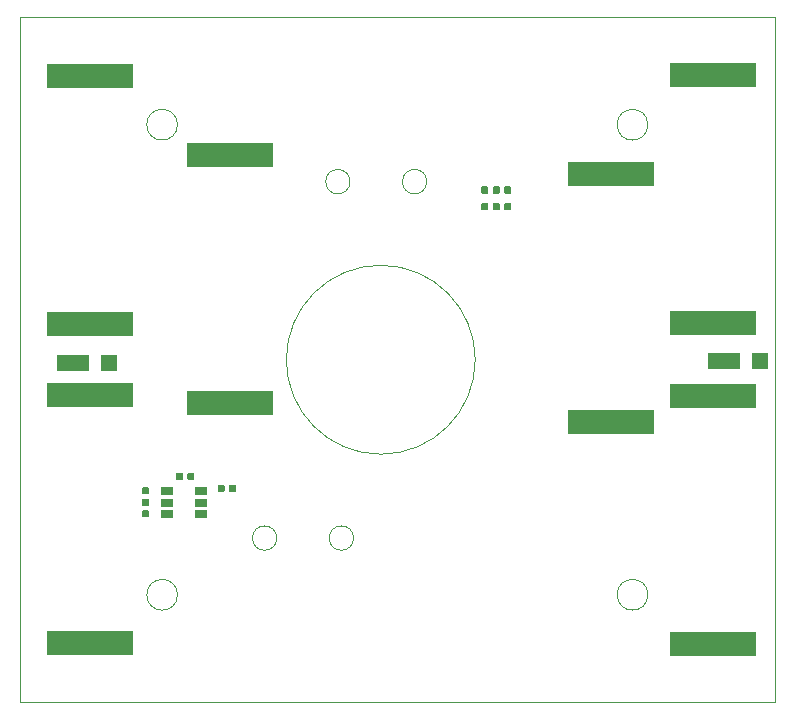
<source format=gbr>
%TF.GenerationSoftware,KiCad,Pcbnew,5.0.2-bee76a0~70~ubuntu18.04.1*%
%TF.CreationDate,2020-02-29T17:25:56-08:00*%
%TF.ProjectId,ypanel,7970616e-656c-42e6-9b69-6361645f7063,rev?*%
%TF.SameCoordinates,Original*%
%TF.FileFunction,Paste,Top*%
%TF.FilePolarity,Positive*%
%FSLAX46Y46*%
G04 Gerber Fmt 4.6, Leading zero omitted, Abs format (unit mm)*
G04 Created by KiCad (PCBNEW 5.0.2-bee76a0~70~ubuntu18.04.1) date Sat 29 Feb 2020 05:25:56 PM PST*
%MOMM*%
%LPD*%
G01*
G04 APERTURE LIST*
%ADD10C,0.100000*%
%ADD11C,0.050000*%
%ADD12R,1.400000X1.400000*%
%ADD13R,2.700000X1.400000*%
%ADD14R,7.400000X2.000000*%
%ADD15R,1.000000X0.700000*%
%ADD16C,0.590000*%
G04 APERTURE END LIST*
D10*
X151587000Y-99000001D02*
G75*
G03X151587000Y-99000001I-8000000J0D01*
G01*
X134779564Y-114100000D02*
G75*
G03X134779564Y-114100000I-1029564J0D01*
G01*
X141279564Y-114100000D02*
G75*
G03X141279564Y-114100000I-1029564J0D01*
G01*
X126375000Y-118900000D02*
G75*
G03X126375000Y-118900000I-1300000J0D01*
G01*
X140979564Y-83920436D02*
G75*
G03X140979564Y-83920436I-1029564J0D01*
G01*
X147479564Y-83920436D02*
G75*
G03X147479564Y-83920436I-1029564J0D01*
G01*
X176975000Y-70000000D02*
X176975000Y-128000000D01*
X166200000Y-118900000D02*
G75*
G03X166200000Y-118900000I-1300000J0D01*
G01*
D11*
X126372800Y-79100000D02*
G75*
G03X126372800Y-79100000I-1300000J0D01*
G01*
D10*
X166195000Y-79102480D02*
G75*
G03X166195000Y-79102480I-1300000J0D01*
G01*
X176975000Y-70000000D02*
X113000000Y-70000000D01*
X113000000Y-128000000D02*
X176975000Y-128000000D01*
X113000000Y-70000000D02*
X113000000Y-128000000D01*
D12*
X120595000Y-99250500D03*
D13*
X117545000Y-99250500D03*
D12*
X175713000Y-99123500D03*
D13*
X172663000Y-99123500D03*
D14*
X163098480Y-83250000D03*
X163098480Y-104250000D03*
D15*
X128354600Y-110148700D03*
X128354600Y-111098700D03*
X128354600Y-112048700D03*
X125454600Y-112048700D03*
X125454600Y-111098700D03*
X125454600Y-110148700D03*
D14*
X119000000Y-75000000D03*
X119000000Y-96000000D03*
X171742100Y-102063000D03*
X171742100Y-123063000D03*
X130850000Y-81650000D03*
X130850000Y-102650000D03*
X119000000Y-123000000D03*
X119000000Y-102000000D03*
X171686220Y-74890080D03*
X171686220Y-95890080D03*
D10*
G36*
X131196958Y-109580710D02*
X131211276Y-109582834D01*
X131225317Y-109586351D01*
X131238946Y-109591228D01*
X131252031Y-109597417D01*
X131264447Y-109604858D01*
X131276073Y-109613481D01*
X131286798Y-109623202D01*
X131296519Y-109633927D01*
X131305142Y-109645553D01*
X131312583Y-109657969D01*
X131318772Y-109671054D01*
X131323649Y-109684683D01*
X131327166Y-109698724D01*
X131329290Y-109713042D01*
X131330000Y-109727500D01*
X131330000Y-110072500D01*
X131329290Y-110086958D01*
X131327166Y-110101276D01*
X131323649Y-110115317D01*
X131318772Y-110128946D01*
X131312583Y-110142031D01*
X131305142Y-110154447D01*
X131296519Y-110166073D01*
X131286798Y-110176798D01*
X131276073Y-110186519D01*
X131264447Y-110195142D01*
X131252031Y-110202583D01*
X131238946Y-110208772D01*
X131225317Y-110213649D01*
X131211276Y-110217166D01*
X131196958Y-110219290D01*
X131182500Y-110220000D01*
X130887500Y-110220000D01*
X130873042Y-110219290D01*
X130858724Y-110217166D01*
X130844683Y-110213649D01*
X130831054Y-110208772D01*
X130817969Y-110202583D01*
X130805553Y-110195142D01*
X130793927Y-110186519D01*
X130783202Y-110176798D01*
X130773481Y-110166073D01*
X130764858Y-110154447D01*
X130757417Y-110142031D01*
X130751228Y-110128946D01*
X130746351Y-110115317D01*
X130742834Y-110101276D01*
X130740710Y-110086958D01*
X130740000Y-110072500D01*
X130740000Y-109727500D01*
X130740710Y-109713042D01*
X130742834Y-109698724D01*
X130746351Y-109684683D01*
X130751228Y-109671054D01*
X130757417Y-109657969D01*
X130764858Y-109645553D01*
X130773481Y-109633927D01*
X130783202Y-109623202D01*
X130793927Y-109613481D01*
X130805553Y-109604858D01*
X130817969Y-109597417D01*
X130831054Y-109591228D01*
X130844683Y-109586351D01*
X130858724Y-109582834D01*
X130873042Y-109580710D01*
X130887500Y-109580000D01*
X131182500Y-109580000D01*
X131196958Y-109580710D01*
X131196958Y-109580710D01*
G37*
D16*
X131035000Y-109900000D03*
D10*
G36*
X130226958Y-109580710D02*
X130241276Y-109582834D01*
X130255317Y-109586351D01*
X130268946Y-109591228D01*
X130282031Y-109597417D01*
X130294447Y-109604858D01*
X130306073Y-109613481D01*
X130316798Y-109623202D01*
X130326519Y-109633927D01*
X130335142Y-109645553D01*
X130342583Y-109657969D01*
X130348772Y-109671054D01*
X130353649Y-109684683D01*
X130357166Y-109698724D01*
X130359290Y-109713042D01*
X130360000Y-109727500D01*
X130360000Y-110072500D01*
X130359290Y-110086958D01*
X130357166Y-110101276D01*
X130353649Y-110115317D01*
X130348772Y-110128946D01*
X130342583Y-110142031D01*
X130335142Y-110154447D01*
X130326519Y-110166073D01*
X130316798Y-110176798D01*
X130306073Y-110186519D01*
X130294447Y-110195142D01*
X130282031Y-110202583D01*
X130268946Y-110208772D01*
X130255317Y-110213649D01*
X130241276Y-110217166D01*
X130226958Y-110219290D01*
X130212500Y-110220000D01*
X129917500Y-110220000D01*
X129903042Y-110219290D01*
X129888724Y-110217166D01*
X129874683Y-110213649D01*
X129861054Y-110208772D01*
X129847969Y-110202583D01*
X129835553Y-110195142D01*
X129823927Y-110186519D01*
X129813202Y-110176798D01*
X129803481Y-110166073D01*
X129794858Y-110154447D01*
X129787417Y-110142031D01*
X129781228Y-110128946D01*
X129776351Y-110115317D01*
X129772834Y-110101276D01*
X129770710Y-110086958D01*
X129770000Y-110072500D01*
X129770000Y-109727500D01*
X129770710Y-109713042D01*
X129772834Y-109698724D01*
X129776351Y-109684683D01*
X129781228Y-109671054D01*
X129787417Y-109657969D01*
X129794858Y-109645553D01*
X129803481Y-109633927D01*
X129813202Y-109623202D01*
X129823927Y-109613481D01*
X129835553Y-109604858D01*
X129847969Y-109597417D01*
X129861054Y-109591228D01*
X129874683Y-109586351D01*
X129888724Y-109582834D01*
X129903042Y-109580710D01*
X129917500Y-109580000D01*
X130212500Y-109580000D01*
X130226958Y-109580710D01*
X130226958Y-109580710D01*
G37*
D16*
X130065000Y-109900000D03*
D10*
G36*
X126708558Y-108556910D02*
X126722876Y-108559034D01*
X126736917Y-108562551D01*
X126750546Y-108567428D01*
X126763631Y-108573617D01*
X126776047Y-108581058D01*
X126787673Y-108589681D01*
X126798398Y-108599402D01*
X126808119Y-108610127D01*
X126816742Y-108621753D01*
X126824183Y-108634169D01*
X126830372Y-108647254D01*
X126835249Y-108660883D01*
X126838766Y-108674924D01*
X126840890Y-108689242D01*
X126841600Y-108703700D01*
X126841600Y-109048700D01*
X126840890Y-109063158D01*
X126838766Y-109077476D01*
X126835249Y-109091517D01*
X126830372Y-109105146D01*
X126824183Y-109118231D01*
X126816742Y-109130647D01*
X126808119Y-109142273D01*
X126798398Y-109152998D01*
X126787673Y-109162719D01*
X126776047Y-109171342D01*
X126763631Y-109178783D01*
X126750546Y-109184972D01*
X126736917Y-109189849D01*
X126722876Y-109193366D01*
X126708558Y-109195490D01*
X126694100Y-109196200D01*
X126399100Y-109196200D01*
X126384642Y-109195490D01*
X126370324Y-109193366D01*
X126356283Y-109189849D01*
X126342654Y-109184972D01*
X126329569Y-109178783D01*
X126317153Y-109171342D01*
X126305527Y-109162719D01*
X126294802Y-109152998D01*
X126285081Y-109142273D01*
X126276458Y-109130647D01*
X126269017Y-109118231D01*
X126262828Y-109105146D01*
X126257951Y-109091517D01*
X126254434Y-109077476D01*
X126252310Y-109063158D01*
X126251600Y-109048700D01*
X126251600Y-108703700D01*
X126252310Y-108689242D01*
X126254434Y-108674924D01*
X126257951Y-108660883D01*
X126262828Y-108647254D01*
X126269017Y-108634169D01*
X126276458Y-108621753D01*
X126285081Y-108610127D01*
X126294802Y-108599402D01*
X126305527Y-108589681D01*
X126317153Y-108581058D01*
X126329569Y-108573617D01*
X126342654Y-108567428D01*
X126356283Y-108562551D01*
X126370324Y-108559034D01*
X126384642Y-108556910D01*
X126399100Y-108556200D01*
X126694100Y-108556200D01*
X126708558Y-108556910D01*
X126708558Y-108556910D01*
G37*
D16*
X126546600Y-108876200D03*
D10*
G36*
X127678558Y-108556910D02*
X127692876Y-108559034D01*
X127706917Y-108562551D01*
X127720546Y-108567428D01*
X127733631Y-108573617D01*
X127746047Y-108581058D01*
X127757673Y-108589681D01*
X127768398Y-108599402D01*
X127778119Y-108610127D01*
X127786742Y-108621753D01*
X127794183Y-108634169D01*
X127800372Y-108647254D01*
X127805249Y-108660883D01*
X127808766Y-108674924D01*
X127810890Y-108689242D01*
X127811600Y-108703700D01*
X127811600Y-109048700D01*
X127810890Y-109063158D01*
X127808766Y-109077476D01*
X127805249Y-109091517D01*
X127800372Y-109105146D01*
X127794183Y-109118231D01*
X127786742Y-109130647D01*
X127778119Y-109142273D01*
X127768398Y-109152998D01*
X127757673Y-109162719D01*
X127746047Y-109171342D01*
X127733631Y-109178783D01*
X127720546Y-109184972D01*
X127706917Y-109189849D01*
X127692876Y-109193366D01*
X127678558Y-109195490D01*
X127664100Y-109196200D01*
X127369100Y-109196200D01*
X127354642Y-109195490D01*
X127340324Y-109193366D01*
X127326283Y-109189849D01*
X127312654Y-109184972D01*
X127299569Y-109178783D01*
X127287153Y-109171342D01*
X127275527Y-109162719D01*
X127264802Y-109152998D01*
X127255081Y-109142273D01*
X127246458Y-109130647D01*
X127239017Y-109118231D01*
X127232828Y-109105146D01*
X127227951Y-109091517D01*
X127224434Y-109077476D01*
X127222310Y-109063158D01*
X127221600Y-109048700D01*
X127221600Y-108703700D01*
X127222310Y-108689242D01*
X127224434Y-108674924D01*
X127227951Y-108660883D01*
X127232828Y-108647254D01*
X127239017Y-108634169D01*
X127246458Y-108621753D01*
X127255081Y-108610127D01*
X127264802Y-108599402D01*
X127275527Y-108589681D01*
X127287153Y-108581058D01*
X127299569Y-108573617D01*
X127312654Y-108567428D01*
X127326283Y-108562551D01*
X127340324Y-108559034D01*
X127354642Y-108556910D01*
X127369100Y-108556200D01*
X127664100Y-108556200D01*
X127678558Y-108556910D01*
X127678558Y-108556910D01*
G37*
D16*
X127516600Y-108876200D03*
D10*
G36*
X153523958Y-84314310D02*
X153538276Y-84316434D01*
X153552317Y-84319951D01*
X153565946Y-84324828D01*
X153579031Y-84331017D01*
X153591447Y-84338458D01*
X153603073Y-84347081D01*
X153613798Y-84356802D01*
X153623519Y-84367527D01*
X153632142Y-84379153D01*
X153639583Y-84391569D01*
X153645772Y-84404654D01*
X153650649Y-84418283D01*
X153654166Y-84432324D01*
X153656290Y-84446642D01*
X153657000Y-84461100D01*
X153657000Y-84806100D01*
X153656290Y-84820558D01*
X153654166Y-84834876D01*
X153650649Y-84848917D01*
X153645772Y-84862546D01*
X153639583Y-84875631D01*
X153632142Y-84888047D01*
X153623519Y-84899673D01*
X153613798Y-84910398D01*
X153603073Y-84920119D01*
X153591447Y-84928742D01*
X153579031Y-84936183D01*
X153565946Y-84942372D01*
X153552317Y-84947249D01*
X153538276Y-84950766D01*
X153523958Y-84952890D01*
X153509500Y-84953600D01*
X153214500Y-84953600D01*
X153200042Y-84952890D01*
X153185724Y-84950766D01*
X153171683Y-84947249D01*
X153158054Y-84942372D01*
X153144969Y-84936183D01*
X153132553Y-84928742D01*
X153120927Y-84920119D01*
X153110202Y-84910398D01*
X153100481Y-84899673D01*
X153091858Y-84888047D01*
X153084417Y-84875631D01*
X153078228Y-84862546D01*
X153073351Y-84848917D01*
X153069834Y-84834876D01*
X153067710Y-84820558D01*
X153067000Y-84806100D01*
X153067000Y-84461100D01*
X153067710Y-84446642D01*
X153069834Y-84432324D01*
X153073351Y-84418283D01*
X153078228Y-84404654D01*
X153084417Y-84391569D01*
X153091858Y-84379153D01*
X153100481Y-84367527D01*
X153110202Y-84356802D01*
X153120927Y-84347081D01*
X153132553Y-84338458D01*
X153144969Y-84331017D01*
X153158054Y-84324828D01*
X153171683Y-84319951D01*
X153185724Y-84316434D01*
X153200042Y-84314310D01*
X153214500Y-84313600D01*
X153509500Y-84313600D01*
X153523958Y-84314310D01*
X153523958Y-84314310D01*
G37*
D16*
X153362000Y-84633600D03*
D10*
G36*
X154493958Y-84314310D02*
X154508276Y-84316434D01*
X154522317Y-84319951D01*
X154535946Y-84324828D01*
X154549031Y-84331017D01*
X154561447Y-84338458D01*
X154573073Y-84347081D01*
X154583798Y-84356802D01*
X154593519Y-84367527D01*
X154602142Y-84379153D01*
X154609583Y-84391569D01*
X154615772Y-84404654D01*
X154620649Y-84418283D01*
X154624166Y-84432324D01*
X154626290Y-84446642D01*
X154627000Y-84461100D01*
X154627000Y-84806100D01*
X154626290Y-84820558D01*
X154624166Y-84834876D01*
X154620649Y-84848917D01*
X154615772Y-84862546D01*
X154609583Y-84875631D01*
X154602142Y-84888047D01*
X154593519Y-84899673D01*
X154583798Y-84910398D01*
X154573073Y-84920119D01*
X154561447Y-84928742D01*
X154549031Y-84936183D01*
X154535946Y-84942372D01*
X154522317Y-84947249D01*
X154508276Y-84950766D01*
X154493958Y-84952890D01*
X154479500Y-84953600D01*
X154184500Y-84953600D01*
X154170042Y-84952890D01*
X154155724Y-84950766D01*
X154141683Y-84947249D01*
X154128054Y-84942372D01*
X154114969Y-84936183D01*
X154102553Y-84928742D01*
X154090927Y-84920119D01*
X154080202Y-84910398D01*
X154070481Y-84899673D01*
X154061858Y-84888047D01*
X154054417Y-84875631D01*
X154048228Y-84862546D01*
X154043351Y-84848917D01*
X154039834Y-84834876D01*
X154037710Y-84820558D01*
X154037000Y-84806100D01*
X154037000Y-84461100D01*
X154037710Y-84446642D01*
X154039834Y-84432324D01*
X154043351Y-84418283D01*
X154048228Y-84404654D01*
X154054417Y-84391569D01*
X154061858Y-84379153D01*
X154070481Y-84367527D01*
X154080202Y-84356802D01*
X154090927Y-84347081D01*
X154102553Y-84338458D01*
X154114969Y-84331017D01*
X154128054Y-84324828D01*
X154141683Y-84319951D01*
X154155724Y-84316434D01*
X154170042Y-84314310D01*
X154184500Y-84313600D01*
X154479500Y-84313600D01*
X154493958Y-84314310D01*
X154493958Y-84314310D01*
G37*
D16*
X154332000Y-84633600D03*
D10*
G36*
X152553678Y-84314310D02*
X152567996Y-84316434D01*
X152582037Y-84319951D01*
X152595666Y-84324828D01*
X152608751Y-84331017D01*
X152621167Y-84338458D01*
X152632793Y-84347081D01*
X152643518Y-84356802D01*
X152653239Y-84367527D01*
X152661862Y-84379153D01*
X152669303Y-84391569D01*
X152675492Y-84404654D01*
X152680369Y-84418283D01*
X152683886Y-84432324D01*
X152686010Y-84446642D01*
X152686720Y-84461100D01*
X152686720Y-84806100D01*
X152686010Y-84820558D01*
X152683886Y-84834876D01*
X152680369Y-84848917D01*
X152675492Y-84862546D01*
X152669303Y-84875631D01*
X152661862Y-84888047D01*
X152653239Y-84899673D01*
X152643518Y-84910398D01*
X152632793Y-84920119D01*
X152621167Y-84928742D01*
X152608751Y-84936183D01*
X152595666Y-84942372D01*
X152582037Y-84947249D01*
X152567996Y-84950766D01*
X152553678Y-84952890D01*
X152539220Y-84953600D01*
X152244220Y-84953600D01*
X152229762Y-84952890D01*
X152215444Y-84950766D01*
X152201403Y-84947249D01*
X152187774Y-84942372D01*
X152174689Y-84936183D01*
X152162273Y-84928742D01*
X152150647Y-84920119D01*
X152139922Y-84910398D01*
X152130201Y-84899673D01*
X152121578Y-84888047D01*
X152114137Y-84875631D01*
X152107948Y-84862546D01*
X152103071Y-84848917D01*
X152099554Y-84834876D01*
X152097430Y-84820558D01*
X152096720Y-84806100D01*
X152096720Y-84461100D01*
X152097430Y-84446642D01*
X152099554Y-84432324D01*
X152103071Y-84418283D01*
X152107948Y-84404654D01*
X152114137Y-84391569D01*
X152121578Y-84379153D01*
X152130201Y-84367527D01*
X152139922Y-84356802D01*
X152150647Y-84347081D01*
X152162273Y-84338458D01*
X152174689Y-84331017D01*
X152187774Y-84324828D01*
X152201403Y-84319951D01*
X152215444Y-84316434D01*
X152229762Y-84314310D01*
X152244220Y-84313600D01*
X152539220Y-84313600D01*
X152553678Y-84314310D01*
X152553678Y-84314310D01*
G37*
D16*
X152391720Y-84633600D03*
D10*
G36*
X153523678Y-84314310D02*
X153537996Y-84316434D01*
X153552037Y-84319951D01*
X153565666Y-84324828D01*
X153578751Y-84331017D01*
X153591167Y-84338458D01*
X153602793Y-84347081D01*
X153613518Y-84356802D01*
X153623239Y-84367527D01*
X153631862Y-84379153D01*
X153639303Y-84391569D01*
X153645492Y-84404654D01*
X153650369Y-84418283D01*
X153653886Y-84432324D01*
X153656010Y-84446642D01*
X153656720Y-84461100D01*
X153656720Y-84806100D01*
X153656010Y-84820558D01*
X153653886Y-84834876D01*
X153650369Y-84848917D01*
X153645492Y-84862546D01*
X153639303Y-84875631D01*
X153631862Y-84888047D01*
X153623239Y-84899673D01*
X153613518Y-84910398D01*
X153602793Y-84920119D01*
X153591167Y-84928742D01*
X153578751Y-84936183D01*
X153565666Y-84942372D01*
X153552037Y-84947249D01*
X153537996Y-84950766D01*
X153523678Y-84952890D01*
X153509220Y-84953600D01*
X153214220Y-84953600D01*
X153199762Y-84952890D01*
X153185444Y-84950766D01*
X153171403Y-84947249D01*
X153157774Y-84942372D01*
X153144689Y-84936183D01*
X153132273Y-84928742D01*
X153120647Y-84920119D01*
X153109922Y-84910398D01*
X153100201Y-84899673D01*
X153091578Y-84888047D01*
X153084137Y-84875631D01*
X153077948Y-84862546D01*
X153073071Y-84848917D01*
X153069554Y-84834876D01*
X153067430Y-84820558D01*
X153066720Y-84806100D01*
X153066720Y-84461100D01*
X153067430Y-84446642D01*
X153069554Y-84432324D01*
X153073071Y-84418283D01*
X153077948Y-84404654D01*
X153084137Y-84391569D01*
X153091578Y-84379153D01*
X153100201Y-84367527D01*
X153109922Y-84356802D01*
X153120647Y-84347081D01*
X153132273Y-84338458D01*
X153144689Y-84331017D01*
X153157774Y-84324828D01*
X153171403Y-84319951D01*
X153185444Y-84316434D01*
X153199762Y-84314310D01*
X153214220Y-84313600D01*
X153509220Y-84313600D01*
X153523678Y-84314310D01*
X153523678Y-84314310D01*
G37*
D16*
X153361720Y-84633600D03*
D10*
G36*
X153523958Y-85711310D02*
X153538276Y-85713434D01*
X153552317Y-85716951D01*
X153565946Y-85721828D01*
X153579031Y-85728017D01*
X153591447Y-85735458D01*
X153603073Y-85744081D01*
X153613798Y-85753802D01*
X153623519Y-85764527D01*
X153632142Y-85776153D01*
X153639583Y-85788569D01*
X153645772Y-85801654D01*
X153650649Y-85815283D01*
X153654166Y-85829324D01*
X153656290Y-85843642D01*
X153657000Y-85858100D01*
X153657000Y-86203100D01*
X153656290Y-86217558D01*
X153654166Y-86231876D01*
X153650649Y-86245917D01*
X153645772Y-86259546D01*
X153639583Y-86272631D01*
X153632142Y-86285047D01*
X153623519Y-86296673D01*
X153613798Y-86307398D01*
X153603073Y-86317119D01*
X153591447Y-86325742D01*
X153579031Y-86333183D01*
X153565946Y-86339372D01*
X153552317Y-86344249D01*
X153538276Y-86347766D01*
X153523958Y-86349890D01*
X153509500Y-86350600D01*
X153214500Y-86350600D01*
X153200042Y-86349890D01*
X153185724Y-86347766D01*
X153171683Y-86344249D01*
X153158054Y-86339372D01*
X153144969Y-86333183D01*
X153132553Y-86325742D01*
X153120927Y-86317119D01*
X153110202Y-86307398D01*
X153100481Y-86296673D01*
X153091858Y-86285047D01*
X153084417Y-86272631D01*
X153078228Y-86259546D01*
X153073351Y-86245917D01*
X153069834Y-86231876D01*
X153067710Y-86217558D01*
X153067000Y-86203100D01*
X153067000Y-85858100D01*
X153067710Y-85843642D01*
X153069834Y-85829324D01*
X153073351Y-85815283D01*
X153078228Y-85801654D01*
X153084417Y-85788569D01*
X153091858Y-85776153D01*
X153100481Y-85764527D01*
X153110202Y-85753802D01*
X153120927Y-85744081D01*
X153132553Y-85735458D01*
X153144969Y-85728017D01*
X153158054Y-85721828D01*
X153171683Y-85716951D01*
X153185724Y-85713434D01*
X153200042Y-85711310D01*
X153214500Y-85710600D01*
X153509500Y-85710600D01*
X153523958Y-85711310D01*
X153523958Y-85711310D01*
G37*
D16*
X153362000Y-86030600D03*
D10*
G36*
X154493958Y-85711310D02*
X154508276Y-85713434D01*
X154522317Y-85716951D01*
X154535946Y-85721828D01*
X154549031Y-85728017D01*
X154561447Y-85735458D01*
X154573073Y-85744081D01*
X154583798Y-85753802D01*
X154593519Y-85764527D01*
X154602142Y-85776153D01*
X154609583Y-85788569D01*
X154615772Y-85801654D01*
X154620649Y-85815283D01*
X154624166Y-85829324D01*
X154626290Y-85843642D01*
X154627000Y-85858100D01*
X154627000Y-86203100D01*
X154626290Y-86217558D01*
X154624166Y-86231876D01*
X154620649Y-86245917D01*
X154615772Y-86259546D01*
X154609583Y-86272631D01*
X154602142Y-86285047D01*
X154593519Y-86296673D01*
X154583798Y-86307398D01*
X154573073Y-86317119D01*
X154561447Y-86325742D01*
X154549031Y-86333183D01*
X154535946Y-86339372D01*
X154522317Y-86344249D01*
X154508276Y-86347766D01*
X154493958Y-86349890D01*
X154479500Y-86350600D01*
X154184500Y-86350600D01*
X154170042Y-86349890D01*
X154155724Y-86347766D01*
X154141683Y-86344249D01*
X154128054Y-86339372D01*
X154114969Y-86333183D01*
X154102553Y-86325742D01*
X154090927Y-86317119D01*
X154080202Y-86307398D01*
X154070481Y-86296673D01*
X154061858Y-86285047D01*
X154054417Y-86272631D01*
X154048228Y-86259546D01*
X154043351Y-86245917D01*
X154039834Y-86231876D01*
X154037710Y-86217558D01*
X154037000Y-86203100D01*
X154037000Y-85858100D01*
X154037710Y-85843642D01*
X154039834Y-85829324D01*
X154043351Y-85815283D01*
X154048228Y-85801654D01*
X154054417Y-85788569D01*
X154061858Y-85776153D01*
X154070481Y-85764527D01*
X154080202Y-85753802D01*
X154090927Y-85744081D01*
X154102553Y-85735458D01*
X154114969Y-85728017D01*
X154128054Y-85721828D01*
X154141683Y-85716951D01*
X154155724Y-85713434D01*
X154170042Y-85711310D01*
X154184500Y-85710600D01*
X154479500Y-85710600D01*
X154493958Y-85711310D01*
X154493958Y-85711310D01*
G37*
D16*
X154332000Y-86030600D03*
D10*
G36*
X152553678Y-85711310D02*
X152567996Y-85713434D01*
X152582037Y-85716951D01*
X152595666Y-85721828D01*
X152608751Y-85728017D01*
X152621167Y-85735458D01*
X152632793Y-85744081D01*
X152643518Y-85753802D01*
X152653239Y-85764527D01*
X152661862Y-85776153D01*
X152669303Y-85788569D01*
X152675492Y-85801654D01*
X152680369Y-85815283D01*
X152683886Y-85829324D01*
X152686010Y-85843642D01*
X152686720Y-85858100D01*
X152686720Y-86203100D01*
X152686010Y-86217558D01*
X152683886Y-86231876D01*
X152680369Y-86245917D01*
X152675492Y-86259546D01*
X152669303Y-86272631D01*
X152661862Y-86285047D01*
X152653239Y-86296673D01*
X152643518Y-86307398D01*
X152632793Y-86317119D01*
X152621167Y-86325742D01*
X152608751Y-86333183D01*
X152595666Y-86339372D01*
X152582037Y-86344249D01*
X152567996Y-86347766D01*
X152553678Y-86349890D01*
X152539220Y-86350600D01*
X152244220Y-86350600D01*
X152229762Y-86349890D01*
X152215444Y-86347766D01*
X152201403Y-86344249D01*
X152187774Y-86339372D01*
X152174689Y-86333183D01*
X152162273Y-86325742D01*
X152150647Y-86317119D01*
X152139922Y-86307398D01*
X152130201Y-86296673D01*
X152121578Y-86285047D01*
X152114137Y-86272631D01*
X152107948Y-86259546D01*
X152103071Y-86245917D01*
X152099554Y-86231876D01*
X152097430Y-86217558D01*
X152096720Y-86203100D01*
X152096720Y-85858100D01*
X152097430Y-85843642D01*
X152099554Y-85829324D01*
X152103071Y-85815283D01*
X152107948Y-85801654D01*
X152114137Y-85788569D01*
X152121578Y-85776153D01*
X152130201Y-85764527D01*
X152139922Y-85753802D01*
X152150647Y-85744081D01*
X152162273Y-85735458D01*
X152174689Y-85728017D01*
X152187774Y-85721828D01*
X152201403Y-85716951D01*
X152215444Y-85713434D01*
X152229762Y-85711310D01*
X152244220Y-85710600D01*
X152539220Y-85710600D01*
X152553678Y-85711310D01*
X152553678Y-85711310D01*
G37*
D16*
X152391720Y-86030600D03*
D10*
G36*
X153523678Y-85711310D02*
X153537996Y-85713434D01*
X153552037Y-85716951D01*
X153565666Y-85721828D01*
X153578751Y-85728017D01*
X153591167Y-85735458D01*
X153602793Y-85744081D01*
X153613518Y-85753802D01*
X153623239Y-85764527D01*
X153631862Y-85776153D01*
X153639303Y-85788569D01*
X153645492Y-85801654D01*
X153650369Y-85815283D01*
X153653886Y-85829324D01*
X153656010Y-85843642D01*
X153656720Y-85858100D01*
X153656720Y-86203100D01*
X153656010Y-86217558D01*
X153653886Y-86231876D01*
X153650369Y-86245917D01*
X153645492Y-86259546D01*
X153639303Y-86272631D01*
X153631862Y-86285047D01*
X153623239Y-86296673D01*
X153613518Y-86307398D01*
X153602793Y-86317119D01*
X153591167Y-86325742D01*
X153578751Y-86333183D01*
X153565666Y-86339372D01*
X153552037Y-86344249D01*
X153537996Y-86347766D01*
X153523678Y-86349890D01*
X153509220Y-86350600D01*
X153214220Y-86350600D01*
X153199762Y-86349890D01*
X153185444Y-86347766D01*
X153171403Y-86344249D01*
X153157774Y-86339372D01*
X153144689Y-86333183D01*
X153132273Y-86325742D01*
X153120647Y-86317119D01*
X153109922Y-86307398D01*
X153100201Y-86296673D01*
X153091578Y-86285047D01*
X153084137Y-86272631D01*
X153077948Y-86259546D01*
X153073071Y-86245917D01*
X153069554Y-86231876D01*
X153067430Y-86217558D01*
X153066720Y-86203100D01*
X153066720Y-85858100D01*
X153067430Y-85843642D01*
X153069554Y-85829324D01*
X153073071Y-85815283D01*
X153077948Y-85801654D01*
X153084137Y-85788569D01*
X153091578Y-85776153D01*
X153100201Y-85764527D01*
X153109922Y-85753802D01*
X153120647Y-85744081D01*
X153132273Y-85735458D01*
X153144689Y-85728017D01*
X153157774Y-85721828D01*
X153171403Y-85716951D01*
X153185444Y-85713434D01*
X153199762Y-85711310D01*
X153214220Y-85710600D01*
X153509220Y-85710600D01*
X153523678Y-85711310D01*
X153523678Y-85711310D01*
G37*
D16*
X153361720Y-86030600D03*
D10*
G36*
X123853058Y-110786910D02*
X123867376Y-110789034D01*
X123881417Y-110792551D01*
X123895046Y-110797428D01*
X123908131Y-110803617D01*
X123920547Y-110811058D01*
X123932173Y-110819681D01*
X123942898Y-110829402D01*
X123952619Y-110840127D01*
X123961242Y-110851753D01*
X123968683Y-110864169D01*
X123974872Y-110877254D01*
X123979749Y-110890883D01*
X123983266Y-110904924D01*
X123985390Y-110919242D01*
X123986100Y-110933700D01*
X123986100Y-111228700D01*
X123985390Y-111243158D01*
X123983266Y-111257476D01*
X123979749Y-111271517D01*
X123974872Y-111285146D01*
X123968683Y-111298231D01*
X123961242Y-111310647D01*
X123952619Y-111322273D01*
X123942898Y-111332998D01*
X123932173Y-111342719D01*
X123920547Y-111351342D01*
X123908131Y-111358783D01*
X123895046Y-111364972D01*
X123881417Y-111369849D01*
X123867376Y-111373366D01*
X123853058Y-111375490D01*
X123838600Y-111376200D01*
X123493600Y-111376200D01*
X123479142Y-111375490D01*
X123464824Y-111373366D01*
X123450783Y-111369849D01*
X123437154Y-111364972D01*
X123424069Y-111358783D01*
X123411653Y-111351342D01*
X123400027Y-111342719D01*
X123389302Y-111332998D01*
X123379581Y-111322273D01*
X123370958Y-111310647D01*
X123363517Y-111298231D01*
X123357328Y-111285146D01*
X123352451Y-111271517D01*
X123348934Y-111257476D01*
X123346810Y-111243158D01*
X123346100Y-111228700D01*
X123346100Y-110933700D01*
X123346810Y-110919242D01*
X123348934Y-110904924D01*
X123352451Y-110890883D01*
X123357328Y-110877254D01*
X123363517Y-110864169D01*
X123370958Y-110851753D01*
X123379581Y-110840127D01*
X123389302Y-110829402D01*
X123400027Y-110819681D01*
X123411653Y-110811058D01*
X123424069Y-110803617D01*
X123437154Y-110797428D01*
X123450783Y-110792551D01*
X123464824Y-110789034D01*
X123479142Y-110786910D01*
X123493600Y-110786200D01*
X123838600Y-110786200D01*
X123853058Y-110786910D01*
X123853058Y-110786910D01*
G37*
D16*
X123666100Y-111081200D03*
D10*
G36*
X123853058Y-111756910D02*
X123867376Y-111759034D01*
X123881417Y-111762551D01*
X123895046Y-111767428D01*
X123908131Y-111773617D01*
X123920547Y-111781058D01*
X123932173Y-111789681D01*
X123942898Y-111799402D01*
X123952619Y-111810127D01*
X123961242Y-111821753D01*
X123968683Y-111834169D01*
X123974872Y-111847254D01*
X123979749Y-111860883D01*
X123983266Y-111874924D01*
X123985390Y-111889242D01*
X123986100Y-111903700D01*
X123986100Y-112198700D01*
X123985390Y-112213158D01*
X123983266Y-112227476D01*
X123979749Y-112241517D01*
X123974872Y-112255146D01*
X123968683Y-112268231D01*
X123961242Y-112280647D01*
X123952619Y-112292273D01*
X123942898Y-112302998D01*
X123932173Y-112312719D01*
X123920547Y-112321342D01*
X123908131Y-112328783D01*
X123895046Y-112334972D01*
X123881417Y-112339849D01*
X123867376Y-112343366D01*
X123853058Y-112345490D01*
X123838600Y-112346200D01*
X123493600Y-112346200D01*
X123479142Y-112345490D01*
X123464824Y-112343366D01*
X123450783Y-112339849D01*
X123437154Y-112334972D01*
X123424069Y-112328783D01*
X123411653Y-112321342D01*
X123400027Y-112312719D01*
X123389302Y-112302998D01*
X123379581Y-112292273D01*
X123370958Y-112280647D01*
X123363517Y-112268231D01*
X123357328Y-112255146D01*
X123352451Y-112241517D01*
X123348934Y-112227476D01*
X123346810Y-112213158D01*
X123346100Y-112198700D01*
X123346100Y-111903700D01*
X123346810Y-111889242D01*
X123348934Y-111874924D01*
X123352451Y-111860883D01*
X123357328Y-111847254D01*
X123363517Y-111834169D01*
X123370958Y-111821753D01*
X123379581Y-111810127D01*
X123389302Y-111799402D01*
X123400027Y-111789681D01*
X123411653Y-111781058D01*
X123424069Y-111773617D01*
X123437154Y-111767428D01*
X123450783Y-111762551D01*
X123464824Y-111759034D01*
X123479142Y-111756910D01*
X123493600Y-111756200D01*
X123838600Y-111756200D01*
X123853058Y-111756910D01*
X123853058Y-111756910D01*
G37*
D16*
X123666100Y-112051200D03*
D10*
G36*
X123853058Y-109811410D02*
X123867376Y-109813534D01*
X123881417Y-109817051D01*
X123895046Y-109821928D01*
X123908131Y-109828117D01*
X123920547Y-109835558D01*
X123932173Y-109844181D01*
X123942898Y-109853902D01*
X123952619Y-109864627D01*
X123961242Y-109876253D01*
X123968683Y-109888669D01*
X123974872Y-109901754D01*
X123979749Y-109915383D01*
X123983266Y-109929424D01*
X123985390Y-109943742D01*
X123986100Y-109958200D01*
X123986100Y-110253200D01*
X123985390Y-110267658D01*
X123983266Y-110281976D01*
X123979749Y-110296017D01*
X123974872Y-110309646D01*
X123968683Y-110322731D01*
X123961242Y-110335147D01*
X123952619Y-110346773D01*
X123942898Y-110357498D01*
X123932173Y-110367219D01*
X123920547Y-110375842D01*
X123908131Y-110383283D01*
X123895046Y-110389472D01*
X123881417Y-110394349D01*
X123867376Y-110397866D01*
X123853058Y-110399990D01*
X123838600Y-110400700D01*
X123493600Y-110400700D01*
X123479142Y-110399990D01*
X123464824Y-110397866D01*
X123450783Y-110394349D01*
X123437154Y-110389472D01*
X123424069Y-110383283D01*
X123411653Y-110375842D01*
X123400027Y-110367219D01*
X123389302Y-110357498D01*
X123379581Y-110346773D01*
X123370958Y-110335147D01*
X123363517Y-110322731D01*
X123357328Y-110309646D01*
X123352451Y-110296017D01*
X123348934Y-110281976D01*
X123346810Y-110267658D01*
X123346100Y-110253200D01*
X123346100Y-109958200D01*
X123346810Y-109943742D01*
X123348934Y-109929424D01*
X123352451Y-109915383D01*
X123357328Y-109901754D01*
X123363517Y-109888669D01*
X123370958Y-109876253D01*
X123379581Y-109864627D01*
X123389302Y-109853902D01*
X123400027Y-109844181D01*
X123411653Y-109835558D01*
X123424069Y-109828117D01*
X123437154Y-109821928D01*
X123450783Y-109817051D01*
X123464824Y-109813534D01*
X123479142Y-109811410D01*
X123493600Y-109810700D01*
X123838600Y-109810700D01*
X123853058Y-109811410D01*
X123853058Y-109811410D01*
G37*
D16*
X123666100Y-110105700D03*
D10*
G36*
X123853058Y-110781410D02*
X123867376Y-110783534D01*
X123881417Y-110787051D01*
X123895046Y-110791928D01*
X123908131Y-110798117D01*
X123920547Y-110805558D01*
X123932173Y-110814181D01*
X123942898Y-110823902D01*
X123952619Y-110834627D01*
X123961242Y-110846253D01*
X123968683Y-110858669D01*
X123974872Y-110871754D01*
X123979749Y-110885383D01*
X123983266Y-110899424D01*
X123985390Y-110913742D01*
X123986100Y-110928200D01*
X123986100Y-111223200D01*
X123985390Y-111237658D01*
X123983266Y-111251976D01*
X123979749Y-111266017D01*
X123974872Y-111279646D01*
X123968683Y-111292731D01*
X123961242Y-111305147D01*
X123952619Y-111316773D01*
X123942898Y-111327498D01*
X123932173Y-111337219D01*
X123920547Y-111345842D01*
X123908131Y-111353283D01*
X123895046Y-111359472D01*
X123881417Y-111364349D01*
X123867376Y-111367866D01*
X123853058Y-111369990D01*
X123838600Y-111370700D01*
X123493600Y-111370700D01*
X123479142Y-111369990D01*
X123464824Y-111367866D01*
X123450783Y-111364349D01*
X123437154Y-111359472D01*
X123424069Y-111353283D01*
X123411653Y-111345842D01*
X123400027Y-111337219D01*
X123389302Y-111327498D01*
X123379581Y-111316773D01*
X123370958Y-111305147D01*
X123363517Y-111292731D01*
X123357328Y-111279646D01*
X123352451Y-111266017D01*
X123348934Y-111251976D01*
X123346810Y-111237658D01*
X123346100Y-111223200D01*
X123346100Y-110928200D01*
X123346810Y-110913742D01*
X123348934Y-110899424D01*
X123352451Y-110885383D01*
X123357328Y-110871754D01*
X123363517Y-110858669D01*
X123370958Y-110846253D01*
X123379581Y-110834627D01*
X123389302Y-110823902D01*
X123400027Y-110814181D01*
X123411653Y-110805558D01*
X123424069Y-110798117D01*
X123437154Y-110791928D01*
X123450783Y-110787051D01*
X123464824Y-110783534D01*
X123479142Y-110781410D01*
X123493600Y-110780700D01*
X123838600Y-110780700D01*
X123853058Y-110781410D01*
X123853058Y-110781410D01*
G37*
D16*
X123666100Y-111075700D03*
M02*

</source>
